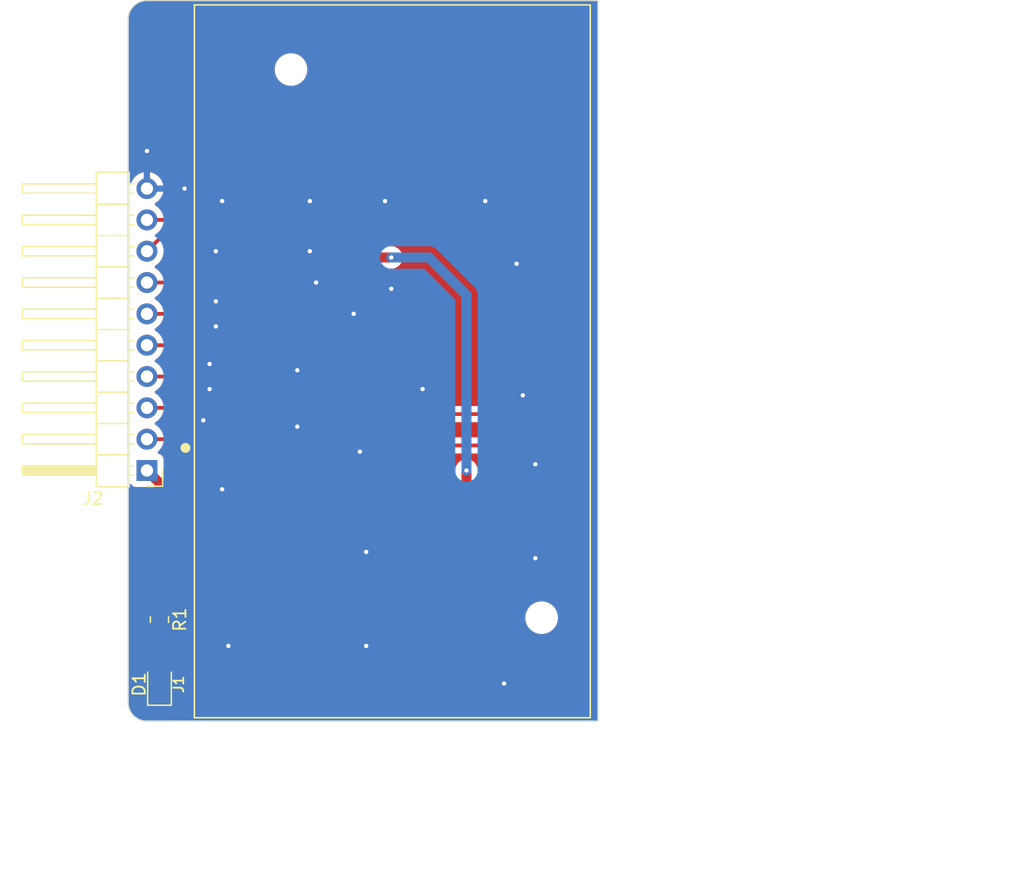
<source format=kicad_pcb>
(kicad_pcb (version 20221018) (generator pcbnew)
  (layers (0 "F.Cu" signal) (31 "B.Cu" signal) (34 "B.Paste" user) (35 "F.Paste" user) (36 "B.SilkS" user "B.Silkscreen") (37 "F.SilkS" user "F.Silkscreen") (38 "B.Mask" user) (39 "F.Mask" user) (44 "Edge.Cuts" user))
  (net 0 "")
  (net 1 "Net-(D1-K)")
  (net 2 "Net-(D1-A)")
  (net 3 "Net-(J2-Pin_2)")
  (net 4 "Net-(J2-Pin_3)")
  (net 5 "Net-(J2-Pin_4)")
  (net 6 "Net-(J2-Pin_5)")
  (net 7 "Net-(J2-Pin_6)")
  (net 8 "Net-(J2-Pin_7)")
  (net 9 "Net-(J2-Pin_8)")
  (net 10 "Net-(J2-Pin_9)")
  (net 11 "GND")
  (net 12 "+3.3V")
  (footprint "LED_SMD:LED_0805_2012Metric" (layer "F.Cu") (at 104.648 126.5705 90)
    (fp_text reference "D1" (at 0 -1.65 90) (layer "F.SilkS"))
    (fp_text value "LED")
    (fp_line (start -1.685 -0.96) (end -1.685 0.96) (stroke (width 0.12)) (layer "F.SilkS"))
    (fp_line (start -1.685 0.96) (end 1 0.96) (stroke (width 0.12)) (layer "F.SilkS"))
    (fp_line (start 1 -0.96) (end -1.685 -0.96) (stroke (width 0.12)) (layer "F.SilkS"))
    (pad "1" smd roundrect (at -0.9375 0 90) (size 0.975 1.4) (layers "F.Cu" "F.Paste" "F.Mask") (net 1 "Net-(D1-K)"))
    (pad "2" smd roundrect (at 0.9375 0 90) (size 0.975 1.4) (layers "F.Cu" "F.Paste" "F.Mask") (net 2 "Net-(D1-A)"))
  )
  (footprint "Resistor_SMD:R_0805_2012Metric" (layer "F.Cu") (at 104.648 121.3085 -90)
    (fp_text reference "R1" (at 0 -1.65 90) (layer "F.SilkS"))
    (fp_text value "R")
    (fp_line (start -0.227064 -0.735) (end 0.227064 -0.735) (stroke (width 0.12)) (layer "F.SilkS"))
    (fp_line (start -0.227064 0.735) (end 0.227064 0.735) (stroke (width 0.12)) (layer "F.SilkS"))
    (pad "1" smd roundrect (at -0.9125 0 270) (size 1.025 1.4) (layers "F.Cu" "F.Paste" "F.Mask") (roundrect_rratio 0.243902439) (net 12 "+3.3V"))
    (pad "2" smd roundrect (at 0.9125 0 270) (size 1.025 1.4) (layers "F.Cu" "F.Paste" "F.Mask") (roundrect_rratio 0.243902439) (net 2 "Net-(D1-A)"))
  )
  (footprint "Connector_PinHeader_2.54mm:PinHeader_1x10_P2.54mm_Horizontal" (layer "F.Cu") (at 103.632 109.22 180)
    (fp_text reference "J2" (at 4.385 -2.27) (layer "F.SilkS"))
    (fp_text value "Conn_01x10_Socket")
    (fp_line (start -1.27 -1.27) (end 0 -1.27) (stroke (width 0.12)) (layer "F.SilkS"))
    (fp_line (start -1.27 0) (end -1.27 -1.27) (stroke (width 0.12)) (layer "F.SilkS"))
    (fp_line (start 1.042929 2.16) (end 1.44 2.16) (stroke (width 0.12)) (layer "F.SilkS"))
    (fp_line (start 1.042929 2.92) (end 1.44 2.92) (stroke (width 0.12)) (layer "F.SilkS"))
    (fp_line (start 1.042929 4.7) (end 1.44 4.7) (stroke (width 0.12)) (layer "F.SilkS"))
    (fp_line (start 1.042929 5.46) (end 1.44 5.46) (stroke (width 0.12)) (layer "F.SilkS"))
    (fp_line (start 1.042929 7.24) (end 1.44 7.24) (stroke (width 0.12)) (layer "F.SilkS"))
    (fp_line (start 1.042929 8) (end 1.44 8) (stroke (width 0.12)) (layer "F.SilkS"))
    (fp_line (start 1.042929 9.78) (end 1.44 9.78) (stroke (width 0.12)) (layer "F.SilkS"))
    (fp_line (start 1.042929 10.54) (end 1.44 10.54) (stroke (width 0.12)) (layer "F.SilkS"))
    (fp_line (start 1.042929 12.32) (end 1.44 12.32) (stroke (width 0.12)) (layer "F.SilkS"))
    (fp_line (start 1.042929 13.08) (end 1.44 13.08) (stroke (width 0.12)) (layer "F.SilkS"))
    (fp_line (start 1.042929 14.86) (end 1.44 14.86) (stroke (width 0.12)) (layer "F.SilkS"))
    (fp_line (start 1.042929 15.62) (end 1.44 15.62) (stroke (width 0.12)) (layer "F.SilkS"))
    (fp_line (start 1.042929 17.4) (end 1.44 17.4) (stroke (width 0.12)) (layer "F.SilkS"))
    (fp_line (start 1.042929 18.16) (end 1.44 18.16) (stroke (width 0.12)) (layer "F.SilkS"))
    (fp_line (start 1.042929 19.94) (end 1.44 19.94) (stroke (width 0.12)) (layer "F.SilkS"))
    (fp_line (start 1.042929 20.7) (end 1.44 20.7) (stroke (width 0.12)) (layer "F.SilkS"))
    (fp_line (start 1.042929 22.48) (end 1.44 22.48) (stroke (width 0.12)) (layer "F.SilkS"))
    (fp_line (start 1.042929 23.24) (end 1.44 23.24) (stroke (width 0.12)) (layer "F.SilkS"))
    (fp_line (start 1.11 -0.38) (end 1.44 -0.38) (stroke (width 0.12)) (layer "F.SilkS"))
    (fp_line (start 1.11 0.38) (end 1.44 0.38) (stroke (width 0.12)) (layer "F.SilkS"))
    (fp_line (start 1.44 -1.33) (end 1.44 24.19) (stroke (width 0.12)) (layer "F.SilkS"))
    (fp_line (start 1.44 1.27) (end 4.1 1.27) (stroke (width 0.12)) (layer "F.SilkS"))
    (fp_line (start 1.44 3.81) (end 4.1 3.81) (stroke (width 0.12)) (layer "F.SilkS"))
    (fp_line (start 1.44 6.35) (end 4.1 6.35) (stroke (width 0.12)) (layer "F.SilkS"))
    (fp_line (start 1.44 8.89) (end 4.1 8.89) (stroke (width 0.12)) (layer "F.SilkS"))
    (fp_line (start 1.44 11.43) (end 4.1 11.43) (stroke (width 0.12)) (layer "F.SilkS"))
    (fp_line (start 1.44 13.97) (end 4.1 13.97) (stroke (width 0.12)) (layer "F.SilkS"))
    (fp_line (start 1.44 16.51) (end 4.1 16.51) (stroke (width 0.12)) (layer "F.SilkS"))
    (fp_line (start 1.44 19.05) (end 4.1 19.05) (stroke (width 0.12)) (layer "F.SilkS"))
    (fp_line (start 1.44 21.59) (end 4.1 21.59) (stroke (width 0.12)) (layer "F.SilkS"))
    (fp_line (start 1.44 24.19) (end 4.1 24.19) (stroke (width 0.12)) (layer "F.SilkS"))
    (fp_line (start 4.1 -1.33) (end 1.44 -1.33) (stroke (width 0.12)) (layer "F.SilkS"))
    (fp_line (start 4.1 -0.38) (end 10.1 -0.38) (stroke (width 0.12)) (layer "F.SilkS"))
    (fp_line (start 4.1 -0.32) (end 10.1 -0.32) (stroke (width 0.12)) (layer "F.SilkS"))
    (fp_line (start 4.1 -0.2) (end 10.1 -0.2) (stroke (width 0.12)) (layer "F.SilkS"))
    (fp_line (start 4.1 -0.08) (end 10.1 -0.08) (stroke (width 0.12)) (layer "F.SilkS"))
    (fp_line (start 4.1 0.04) (end 10.1 0.04) (stroke (width 0.12)) (layer "F.SilkS"))
    (fp_line (start 4.1 0.16) (end 10.1 0.16) (stroke (width 0.12)) (layer "F.SilkS"))
    (fp_line (start 4.1 0.28) (end 10.1 0.28) (stroke (width 0.12)) (layer "F.SilkS"))
    (fp_line (start 4.1 2.16) (end 10.1 2.16) (stroke (width 0.12)) (layer "F.SilkS"))
    (fp_line (start 4.1 4.7) (end 10.1 4.7) (stroke (width 0.12)) (layer "F.SilkS"))
    (fp_line (start 4.1 7.24) (end 10.1 7.24) (stroke (width 0.12)) (layer "F.SilkS"))
    (fp_line (start 4.1 9.78) (end 10.1 9.78) (stroke (width 0.12)) (layer "F.SilkS"))
    (fp_line (start 4.1 12.32) (end 10.1 12.32) (stroke (width 0.12)) (layer "F.SilkS"))
    (fp_line (start 4.1 14.86) (end 10.1 14.86) (stroke (width 0.12)) (layer "F.SilkS"))
    (fp_line (start 4.1 17.4) (end 10.1 17.4) (stroke (width 0.12)) (layer "F.SilkS"))
    (fp_line (start 4.1 19.94) (end 10.1 19.94) (stroke (width 0.12)) (layer "F.SilkS"))
    (fp_line (start 4.1 22.48) (end 10.1 22.48) (stroke (width 0.12)) (layer "F.SilkS"))
    (fp_line (start 4.1 24.19) (end 4.1 -1.33) (stroke (width 0.12)) (layer "F.SilkS"))
    (fp_line (start 10.1 -0.38) (end 10.1 0.38) (stroke (width 0.12)) (layer "F.SilkS"))
    (fp_line (start 10.1 0.38) (end 4.1 0.38) (stroke (width 0.12)) (layer "F.SilkS"))
    (fp_line (start 10.1 2.16) (end 10.1 2.92) (stroke (width 0.12)) (layer "F.SilkS"))
    (fp_line (start 10.1 2.92) (end 4.1 2.92) (stroke (width 0.12)) (layer "F.SilkS"))
    (fp_line (start 10.1 4.7) (end 10.1 5.46) (stroke (width 0.12)) (layer "F.SilkS"))
    (fp_line (start 10.1 5.46) (end 4.1 5.46) (stroke (width 0.12)) (layer "F.SilkS"))
    (fp_line (start 10.1 7.24) (end 10.1 8) (stroke (width 0.12)) (layer "F.SilkS"))
    (fp_line (start 10.1 8) (end 4.1 8) (stroke (width 0.12)) (layer "F.SilkS"))
    (fp_line (start 10.1 9.78) (end 10.1 10.54) (stroke (width 0.12)) (layer "F.SilkS"))
    (fp_line (start 10.1 10.54) (end 4.1 10.54) (stroke (width 0.12)) (layer "F.SilkS"))
    (fp_line (start 10.1 12.32) (end 10.1 13.08) (stroke (width 0.12)) (layer "F.SilkS"))
    (fp_line (start 10.1 13.08) (end 4.1 13.08) (stroke (width 0.12)) (layer "F.SilkS"))
    (fp_line (start 10.1 14.86) (end 10.1 15.62) (stroke (width 0.12)) (layer "F.SilkS"))
    (fp_line (start 10.1 15.62) (end 4.1 15.62) (stroke (width 0.12)) (layer "F.SilkS"))
    (fp_line (start 10.1 17.4) (end 10.1 18.16) (stroke (width 0.12)) (layer "F.SilkS"))
    (fp_line (start 10.1 18.16) (end 4.1 18.16) (stroke (width 0.12)) (layer "F.SilkS"))
    (fp_line (start 10.1 19.94) (end 10.1 20.7) (stroke (width 0.12)) (layer "F.SilkS"))
    (fp_line (start 10.1 20.7) (end 4.1 20.7) (stroke (width 0.12)) (layer "F.SilkS"))
    (fp_line (start 10.1 22.48) (end 10.1 23.24) (stroke (width 0.12)) (layer "F.SilkS"))
    (fp_line (start 10.1 23.24) (end 4.1 23.24) (stroke (width 0.12)) (layer "F.SilkS"))
    (pad "1" thru_hole rect (at 0 0 180) (size 1.7 1.7) (drill 1) (layers "*.Cu" "*.Mask") (net 12 "+3.3V"))
    (pad "2" thru_hole oval (at 0 2.54 180) (size 1.7 1.7) (drill 1) (layers "*.Cu" "*.Mask") (net 3 "Net-(J2-Pin_2)"))
    (pad "3" thru_hole oval (at 0 5.08 180) (size 1.7 1.7) (drill 1) (layers "*.Cu" "*.Mask") (net 4 "Net-(J2-Pin_3)"))
    (pad "4" thru_hole oval (at 0 7.62 180) (size 1.7 1.7) (drill 1) (layers "*.Cu" "*.Mask") (net 5 "Net-(J2-Pin_4)"))
    (pad "5" thru_hole oval (at 0 10.16 180) (size 1.7 1.7) (drill 1) (layers "*.Cu" "*.Mask") (net 6 "Net-(J2-Pin_5)"))
    (pad "6" thru_hole oval (at 0 12.7 180) (size 1.7 1.7) (drill 1) (layers "*.Cu" "*.Mask") (net 7 "Net-(J2-Pin_6)"))
    (pad "7" thru_hole oval (at 0 15.24 180) (size 1.7 1.7) (drill 1) (layers "*.Cu" "*.Mask") (net 8 "Net-(J2-Pin_7)"))
    (pad "8" thru_hole oval (at 0 17.78 180) (size 1.7 1.7) (drill 1) (layers "*.Cu" "*.Mask") (net 9 "Net-(J2-Pin_8)"))
    (pad "9" thru_hole oval (at 0 20.32 180) (size 1.7 1.7) (drill 1) (layers "*.Cu" "*.Mask") (net 10 "Net-(J2-Pin_9)"))
    (pad "10" thru_hole oval (at 0 22.86 180) (size 1.7 1.7) (drill 1) (layers "*.Cu" "*.Mask") (net 11 "GND"))
  )
  (footprint "footprints:TE_5145300-3" (layer "F.Cu") (at 123.526 100.368 90)
    (fp_text reference "J1" (at -26.197925 -17.313255 90) (layer "F.SilkS") (effects (font (size 0.800244 0.800244))))
    (fp_text value "5145300-3")
    (fp_line (start -28.9 -16.05) (end 28.9 -16.05) (stroke (width 0.127)) (layer "F.SilkS"))
    (fp_line (start -28.9 16.05) (end -28.9 -16.05) (stroke (width 0.127)) (layer "F.SilkS"))
    (fp_line (start 28.9 -16.05) (end 28.9 16.05) (stroke (width 0.127)) (layer "F.SilkS"))
    (fp_line (start 28.9 16.05) (end -28.9 16.05) (stroke (width 0.127)) (layer "F.SilkS"))
    (fp_circle (center -7.02 -16.77) (end -6.82 -16.77) (stroke (width 0.4)) (fill none) (layer "F.SilkS"))
    (pad "" np_thru_hole circle (at -20.79 12.11 90) (size 2.15 2.15) (drill 2.15) (layers "*.Cu" "*.Mask"))
    (pad "" np_thru_hole circle (at 23.66 -8.21 90) (size 2.15 2.15) (drill 2.15) (layers "*.Cu" "*.Mask"))
    (pad "C1" smd rect (at -6.82 -10.87 180) (size 1.75 1) (layers "F.Cu" "F.Paste" "F.Mask") (net 3 "Net-(J2-Pin_2)"))
    (pad "C2" smd rect (at -4.28 -10.87 180) (size 1.75 1) (layers "F.Cu" "F.Paste" "F.Mask") (net 4 "Net-(J2-Pin_3)"))
    (pad "C3" smd rect (at -1.74 -10.87 180) (size 1.75 1) (layers "F.Cu" "F.Paste" "F.Mask") (net 5 "Net-(J2-Pin_4)"))
    (pad "C4" smd rect (at 0.8 -10.87 180) (size 1.75 1) (layers "F.Cu" "F.Paste" "F.Mask") (net 6 "Net-(J2-Pin_5)"))
    (pad "C5" smd rect (at -6.82 14.77 180) (size 1.75 1) (layers "F.Cu" "F.Paste" "F.Mask") (net 7 "Net-(J2-Pin_6)"))
    (pad "C6" smd rect (at -4.28 14.77 180) (size 1.75 1) (layers "F.Cu" "F.Paste" "F.Mask") (net 8 "Net-(J2-Pin_7)"))
    (pad "C7" smd rect (at -1.74 14.77 180) (size 1.75 1) (layers "F.Cu" "F.Paste" "F.Mask") (net 9 "Net-(J2-Pin_8)"))
    (pad "C8" smd rect (at 0.8 14.77 180) (size 1.75 1) (layers "F.Cu" "F.Paste" "F.Mask") (net 10 "Net-(J2-Pin_9)"))
    (pad "SW1" smd rect (at 5.88 -3.54 180) (size 1.75 1) (layers "F.Cu" "F.Paste" "F.Mask") (net 11 "GND"))
    (pad "SW2" smd rect (at 8.42 -3.54 180) (size 1.75 1) (layers "F.Cu" "F.Paste" "F.Mask") (net 1 "Net-(D1-K)"))
  )
  (gr_line (start 102.108 72.644) (end 102.105692 128.014755) (stroke (width 0.1)) (layer "Edge.Cuts"))
  (gr_line (start 140.208 71.12) (end 103.632 71.12) (stroke (width 0.1)) (layer "Edge.Cuts"))
  (gr_line (start 103.629692 129.538755) (end 140.208 129.54) (stroke (width 0.1)) (layer "Edge.Cuts"))
  (gr_arc (start 103.629692 129.538755) (mid 102.552061 129.092386) (end 102.105692 128.014755) (stroke (width 0.1)) (layer "Edge.Cuts"))
  (gr_line (start 140.208 129.54) (end 140.208 71.12) (stroke (width 0.1)) (layer "Edge.Cuts"))
  (gr_arc (start 102.108 72.644) (mid 102.554369 71.566369) (end 103.632 71.12) (stroke (width 0.1)) (layer "Edge.Cuts"))
  (segment (start 123.444 91.948) (end 119.986 91.948) (width 0.8128) (layer "F.Cu") (net 1))
  (segment (start 104.648 127.508) (end 124.46 127.508) (width 0.8128) (layer "F.Cu") (net 1))
  (segment (start 129.54 122.428) (end 129.54 109.22) (width 0.8128) (layer "F.Cu") (net 1))
  (segment (start 124.46 127.508) (end 129.54 122.428) (width 0.8128) (layer "F.Cu") (net 1))
  (via (at 123.444 91.948) (size 0.6548) (drill 0.35) (layers "F.Cu" "B.Cu") (net 1))
  (via (at 129.54 109.22) (size 0.6548) (drill 0.35) (layers "F.Cu" "B.Cu") (net 1))
  (segment (start 126.492 91.948) (end 123.444 91.948) (width 0.8128) (layer "B.Cu") (net 1))
  (segment (start 129.54 94.996) (end 126.492 91.948) (width 0.8128) (layer "B.Cu") (net 1))
  (segment (start 129.54 109.22) (end 129.54 94.996) (width 0.8128) (layer "B.Cu") (net 1))
  (segment (start 104.648 125.633) (end 104.648 122.221) (width 1.27) (layer "F.Cu") (net 2))
  (segment (start 112.148 106.68) (end 112.656 107.188) (width 0.3048) (layer "F.Cu") (net 3))
  (segment (start 103.632 106.68) (end 112.148 106.68) (width 0.3048) (layer "F.Cu") (net 3))
  (segment (start 112.148 104.14) (end 112.656 104.648) (width 0.3048) (layer "F.Cu") (net 4))
  (segment (start 103.632 104.14) (end 112.148 104.14) (width 0.3048) (layer "F.Cu") (net 4))
  (segment (start 112.148 101.6) (end 112.656 102.108) (width 0.3048) (layer "F.Cu") (net 5))
  (segment (start 103.632 101.6) (end 112.148 101.6) (width 0.3048) (layer "F.Cu") (net 5))
  (segment (start 103.632 99.06) (end 112.148 99.06) (width 0.3048) (layer "F.Cu") (net 6))
  (segment (start 112.148 99.06) (end 112.656 99.568) (width 0.3048) (layer "F.Cu") (net 6))
  (segment (start 114.3 96.52) (end 124.968 107.188) (width 0.3048) (layer "F.Cu") (net 7))
  (segment (start 124.968 107.188) (end 138.296 107.188) (width 0.3048) (layer "F.Cu") (net 7))
  (segment (start 103.632 96.52) (end 114.3 96.52) (width 0.3048) (layer "F.Cu") (net 7))
  (segment (start 138.296 104.648) (end 125.476 104.648) (width 0.3048) (layer "F.Cu") (net 8))
  (segment (start 125.476 104.648) (end 114.808 93.98) (width 0.3048) (layer "F.Cu") (net 8))
  (segment (start 114.808 93.98) (end 103.632 93.98) (width 0.3048) (layer "F.Cu") (net 8))
  (segment (start 136.652 102.108) (end 138.296 102.108) (width 0.3048) (layer "F.Cu") (net 9))
  (segment (start 136.144 90.932) (end 136.144 101.6) (width 0.3048) (layer "F.Cu") (net 9))
  (segment (start 135.128 89.916) (end 136.144 90.932) (width 0.3048) (layer "F.Cu") (net 9))
  (segment (start 105.156 89.916) (end 135.128 89.916) (width 0.3048) (layer "F.Cu") (net 9))
  (segment (start 103.632 91.44) (end 105.156 89.916) (width 0.3048) (layer "F.Cu") (net 9))
  (segment (start 136.144 101.6) (end 136.652 102.108) (width 0.3048) (layer "F.Cu") (net 9))
  (segment (start 138.296 90.544) (end 138.296 99.568) (width 0.3048) (layer "F.Cu") (net 10))
  (segment (start 103.632 88.9) (end 136.652 88.9) (width 0.3048) (layer "F.Cu") (net 10))
  (segment (start 136.652 88.9) (end 138.296 90.544) (width 0.3048) (layer "F.Cu") (net 10))
  (via (at 115.824 101.092) (size 0.6548) (drill 0.35) (layers "F.Cu" "B.Cu") (net 11))
  (via (at 109.22 97.536) (size 0.6548) (drill 0.35) (layers "F.Cu" "B.Cu") (net 11))
  (via (at 120.904 107.696) (size 0.6548) (drill 0.35) (layers "F.Cu" "B.Cu") (net 11))
  (via (at 133.604 92.456) (size 0.6548) (drill 0.35) (layers "F.Cu" "B.Cu") (net 11))
  (via (at 103.632 83.312) (size 0.6548) (drill 0.35) (layers "F.Cu" "B.Cu") (net 11))
  (via (at 108.712 100.584) (size 0.6548) (drill 0.35) (layers "F.Cu" "B.Cu") (net 11))
  (via (at 116.84 91.44) (size 0.6548) (drill 0.35) (layers "F.Cu" "B.Cu") (net 11))
  (via (at 132.588 126.492) (size 0.6548) (drill 0.35) (layers "F.Cu" "B.Cu") (net 11))
  (via (at 134.112 103.124) (size 0.6548) (drill 0.35) (layers "F.Cu" "B.Cu") (net 11))
  (via (at 121.412 115.824) (size 0.6548) (drill 0.35) (layers "F.Cu" "B.Cu") (net 11))
  (via (at 135.128 116.332) (size 0.6548) (drill 0.35) (layers "F.Cu" "B.Cu") (net 11))
  (via (at 116.84 87.376) (size 0.6548) (drill 0.35) (layers "F.Cu" "B.Cu") (net 11))
  (via (at 125.984 102.616) (size 0.6548) (drill 0.35) (layers "F.Cu" "B.Cu") (net 11))
  (via (at 115.824 105.664) (size 0.6548) (drill 0.35) (layers "F.Cu" "B.Cu") (net 11))
  (via (at 135.128 108.712) (size 0.6548) (drill 0.35) (layers "F.Cu" "B.Cu") (net 11))
  (via (at 108.204 105.156) (size 0.6548) (drill 0.35) (layers "F.Cu" "B.Cu") (net 11))
  (via (at 109.22 91.44) (size 0.6548) (drill 0.35) (layers "F.Cu" "B.Cu") (net 11))
  (via (at 109.728 87.376) (size 0.6548) (drill 0.35) (layers "F.Cu" "B.Cu") (net 11))
  (via (at 122.936 87.376) (size 0.6548) (drill 0.35) (layers "F.Cu" "B.Cu") (net 11))
  (via (at 108.712 102.616) (size 0.6548) (drill 0.35) (layers "F.Cu" "B.Cu") (net 11))
  (via (at 109.728 110.744) (size 0.6548) (drill 0.35) (layers "F.Cu" "B.Cu") (net 11))
  (via (at 121.412 123.444) (size 0.6548) (drill 0.35) (layers "F.Cu" "B.Cu") (net 11))
  (via (at 123.444 94.488) (size 0.6548) (drill 0.35) (layers "F.Cu" "B.Cu") (net 11))
  (via (at 109.22 95.504) (size 0.6548) (drill 0.35) (layers "F.Cu" "B.Cu") (net 11))
  (via (at 131.064 87.376) (size 0.6548) (drill 0.35) (layers "F.Cu" "B.Cu") (net 11))
  (via (at 120.396 96.52) (size 0.6548) (drill 0.35) (layers "F.Cu" "B.Cu") (net 11))
  (via (at 110.236 123.444) (size 0.6548) (drill 0.35) (layers "F.Cu" "B.Cu") (net 11))
  (via (at 106.68 86.36) (size 0.6548) (drill 0.35) (layers "F.Cu" "B.Cu") (net 11))
  (via (at 117.348 93.98) (size 0.6548) (drill 0.35) (layers "F.Cu" "B.Cu") (net 11))
  (segment (start 104.648 120.396) (end 104.648 117.856) (width 0.8128) (layer "F.Cu") (net 12))
  (segment (start 104.648 117.856) (end 104.648 110.236) (width 0.8128) (layer "F.Cu") (net 12))
  (segment (start 104.648 110.236) (end 103.632 109.22) (width 0.8128) (layer "F.Cu") (net 12))
  (zone locked (net 11) (net_name "GND") (layer "F.Cu") (connect_pads (clearance 0.5)) (min_thickness 0.25) (fill yes (thermal_gap 0.5) (thermal_bridge_width 0.5))
    (polygon (pts (xy 102.108 71.12) (xy 140.208 71.12) (xy 140.208 129.54) (xy 102.108 129.54)))
  )
  (zone locked (net 11) (net_name "GND") (layer "B.Cu") (priority 1) (connect_pads (clearance 0.5)) (min_thickness 0.25) (fill yes (thermal_gap 0.5) (thermal_bridge_width 0.5))
    (polygon (pts (xy 102.108 71.12) (xy 140.208 71.12) (xy 140.208 129.54) (xy 102.108 129.54)))
  )
)
</source>
